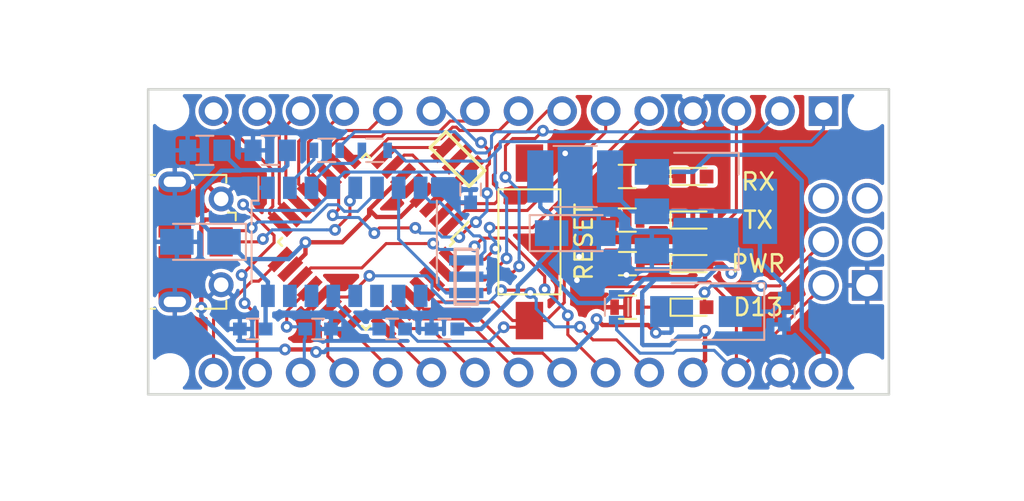
<source format=kicad_pcb>
(kicad_pcb (version 4) (host pcbnew 4.0.7)
  (layers (0 F.Cu signal) (31 B.Cu signal hide) (34 B.Paste user) (35 F.Paste user) (36 B.SilkS user hide) (37 F.SilkS user) (38 B.Mask user) (39 F.Mask user) (44 Edge.Cuts user))
  (net 0 "")
  (net 1 "Net-(C1-Pad2)")
  (net 2 RESET)
  (net 3 +3.3V)
  (net 4 GND)
  (net 5 +5V)
  (net 6 AREF)
  (net 7 "Net-(C8-Pad1)")
  (net 8 VUSB)
  (net 9 TX)
  (net 10 "Net-(D2-Pad1)")
  (net 11 RX)
  (net 12 "Net-(D3-Pad1)")
  (net 13 D13/SCK)
  (net 14 "Net-(D4-Pad1)")
  (net 15 "Net-(D5-Pad1)")
  (net 16 UD-)
  (net 17 UD+)
  (net 18 D12/MISO)
  (net 19 D11/MOSI)
  (net 20 D0/RX)
  (net 21 D1/TX)
  (net 22 "Net-(U1-Pad7)")
  (net 23 "Net-(U1-Pad8)")
  (net 24 D3)
  (net 25 D4)
  (net 26 "Net-(U2-Pad7)")
  (net 27 "Net-(U2-Pad8)")
  (net 28 D5)
  (net 29 D6)
  (net 30 D7)
  (net 31 D8)
  (net 32 D9)
  (net 33 D10)
  (net 34 A6)
  (net 35 A7)
  (net 36 A0)
  (net 37 A1)
  (net 38 A2)
  (net 39 A3)
  (net 40 A4)
  (net 41 A5)
  (net 42 D2)
  (net 43 VIN)
  (module Polymetric_Footprints:Arduino_Nano_Shield (layer F.Cu) (at 82.55 74.93 270)
    (fp_text reference XA1 hide)
    (fp_text value Arduino_Nano_Socket hide)
    (pad VIN thru_hole circle (at 7.62 -39.37 270) (size 1.7272 1.7272) (drill 1.016) (layers *.Cu *.Mask) (net 43 VIN))
    (pad GND2 thru_hole circle (at 7.62 -36.83 270) (size 1.7272 1.7272) (drill 1.016) (layers *.Cu *.Mask) (net 4 GND))
    (pad RST2 thru_hole circle (at 7.62 -34.29 270) (size 1.7272 1.7272) (drill 1.016) (layers *.Cu *.Mask) (net 2 RESET))
    (pad 5V thru_hole circle (at 7.62 -31.75 270) (size 1.7272 1.7272) (drill 1.016) (layers *.Cu *.Mask) (net 5 +5V))
    (pad A7 thru_hole circle (at 7.62 -29.21 270) (size 1.7272 1.7272) (drill 1.016) (layers *.Cu *.Mask) (net 35 A7))
    (pad A6 thru_hole circle (at 7.62 -26.67 270) (size 1.7272 1.7272) (drill 1.016) (layers *.Cu *.Mask) (net 34 A6))
    (pad A5 thru_hole circle (at 7.62 -24.13 270) (size 1.7272 1.7272) (drill 1.016) (layers *.Cu *.Mask) (net 41 A5))
    (pad A4 thru_hole circle (at 7.62 -21.59 270) (size 1.7272 1.7272) (drill 1.016) (layers *.Cu *.Mask) (net 40 A4))
    (pad A3 thru_hole circle (at 7.62 -19.05 270) (size 1.7272 1.7272) (drill 1.016) (layers *.Cu *.Mask) (net 39 A3))
    (pad A2 thru_hole circle (at 7.62 -16.51 270) (size 1.7272 1.7272) (drill 1.016) (layers *.Cu *.Mask) (net 38 A2))
    (pad A1 thru_hole circle (at 7.62 -13.97 270) (size 1.7272 1.7272) (drill 1.016) (layers *.Cu *.Mask) (net 37 A1))
    (pad A0 thru_hole circle (at 7.62 -11.43 270) (size 1.7272 1.7272) (drill 1.016) (layers *.Cu *.Mask) (net 36 A0))
    (pad AREF thru_hole circle (at 7.62 -8.89 270) (size 1.7272 1.7272) (drill 1.016) (layers *.Cu *.Mask) (net 6 AREF))
    (pad 3V3 thru_hole circle (at 7.62 -6.35 270) (size 1.7272 1.7272) (drill 1.016) (layers *.Cu *.Mask) (net 3 +3.3V))
    (pad D13 thru_hole circle (at 7.62 -3.81 270) (size 1.7272 1.7272) (drill 1.016) (layers *.Cu *.Mask) (net 13 D13/SCK))
    (pad D12 thru_hole circle (at -7.62 -3.81 270) (size 1.7272 1.7272) (drill 1.016) (layers *.Cu *.Mask) (net 18 D12/MISO))
    (pad D11 thru_hole circle (at -7.62 -6.35 270) (size 1.7272 1.7272) (drill 1.016) (layers *.Cu *.Mask) (net 19 D11/MOSI))
    (pad D10 thru_hole circle (at -7.62 -8.89 270) (size 1.7272 1.7272) (drill 1.016) (layers *.Cu *.Mask) (net 33 D10))
    (pad D9 thru_hole circle (at -7.62 -11.43 270) (size 1.7272 1.7272) (drill 1.016) (layers *.Cu *.Mask) (net 32 D9))
    (pad D8 thru_hole circle (at -7.62 -13.97 270) (size 1.7272 1.7272) (drill 1.016) (layers *.Cu *.Mask) (net 31 D8))
    (pad D7 thru_hole circle (at -7.62 -16.51 270) (size 1.7272 1.7272) (drill 1.016) (layers *.Cu *.Mask) (net 30 D7))
    (pad D6 thru_hole circle (at -7.62 -19.05 270) (size 1.7272 1.7272) (drill 1.016) (layers *.Cu *.Mask) (net 29 D6))
    (pad D5 thru_hole circle (at -7.62 -21.59 270) (size 1.7272 1.7272) (drill 1.016) (layers *.Cu *.Mask) (net 28 D5))
    (pad D4 thru_hole circle (at -7.62 -24.13 270) (size 1.7272 1.7272) (drill 1.016) (layers *.Cu *.Mask) (net 25 D4))
    (pad D3 thru_hole circle (at -7.62 -26.67 270) (size 1.7272 1.7272) (drill 1.016) (layers *.Cu *.Mask) (net 24 D3))
    (pad D2 thru_hole circle (at -7.62 -29.21 270) (size 1.7272 1.7272) (drill 1.016) (layers *.Cu *.Mask) (net 42 D2))
    (pad GND1 thru_hole circle (at -7.62 -31.75 270) (size 1.7272 1.7272) (drill 1.016) (layers *.Cu *.Mask) (net 4 GND))
    (pad RST1 thru_hole circle (at -7.62 -34.29 270) (size 1.7272 1.7272) (drill 1.016) (layers *.Cu *.Mask) (net 2 RESET))
    (pad D0 thru_hole circle (at -7.62 -36.83 270) (size 1.7272 1.7272) (drill 1.016) (layers *.Cu *.Mask) (net 20 D0/RX))
    (pad D1 thru_hole rect (at -7.62 -39.37 270) (size 1.7272 1.7272) (drill 1.016) (layers *.Cu *.Mask) (net 21 D1/TX))
    (pad "" np_thru_hole circle (at -7.62 -41.91 270) (size 1.85 1.85) (drill 1.85) (layers *.Cu *.Mask))
    (pad "" np_thru_hole circle (at 7.62 -41.91 270) (size 1.85 1.85) (drill 1.85) (layers *.Cu *.Mask))
    (pad "" np_thru_hole circle (at -7.62 -1.27 270) (size 1.85 1.85) (drill 1.85) (layers *.Cu *.Mask))
    (pad "" np_thru_hole circle (at 7.62 -1.27 270) (size 1.85 1.85) (drill 1.85) (layers *.Cu *.Mask))
  )
  (module Housings_SSOP:SOP-16_4.4x10.4mm_Pitch1.27mm (layer B.Cu) (at 93.98 74.93 270)
    (fp_text reference U1 hide)
    (fp_text value CH340G hide)
    (pad 1 smd rect (at -3.15 4.45 270) (size 1.3 0.8) (layers B.Cu B.Paste B.Mask) (net 4 GND))
    (pad 2 smd rect (at -3.15 3.17 270) (size 1.3 0.8) (layers B.Cu B.Paste B.Mask) (net 11 RX))
    (pad 3 smd rect (at -3.15 1.91 270) (size 1.3 0.8) (layers B.Cu B.Paste B.Mask) (net 9 TX))
    (pad 4 smd rect (at -3.15 0.64 270) (size 1.3 0.8) (layers B.Cu B.Paste B.Mask) (net 3 +3.3V))
    (pad 5 smd rect (at -3.15 -0.64 270) (size 1.3 0.8) (layers B.Cu B.Paste B.Mask) (net 17 UD+))
    (pad 6 smd rect (at -3.15 -1.91 270) (size 1.3 0.8) (layers B.Cu B.Paste B.Mask) (net 16 UD-))
    (pad 7 smd rect (at -3.15 -3.17 270) (size 1.3 0.8) (layers B.Cu B.Paste B.Mask) (net 22 "Net-(U1-Pad7)"))
    (pad 8 smd rect (at -3.15 -4.45 270) (size 1.3 0.8) (layers B.Cu B.Paste B.Mask) (net 23 "Net-(U1-Pad8)"))
    (pad 9 smd rect (at 3.15 -4.45 270) (size 1.3 0.8) (layers B.Cu B.Paste B.Mask))
    (pad 10 smd rect (at 3.15 -3.17 270) (size 1.3 0.8) (layers B.Cu B.Paste B.Mask))
    (pad 11 smd rect (at 3.15 -1.91 270) (size 1.3 0.8) (layers B.Cu B.Paste B.Mask))
    (pad 12 smd rect (at 3.15 -0.64 270) (size 1.3 0.8) (layers B.Cu B.Paste B.Mask))
    (pad 13 smd rect (at 3.15 0.64 270) (size 1.3 0.8) (layers B.Cu B.Paste B.Mask) (net 1 "Net-(C1-Pad2)"))
    (pad 14 smd rect (at 3.15 1.91 270) (size 1.3 0.8) (layers B.Cu B.Paste B.Mask))
    (pad 15 smd rect (at 3.15 3.17 270) (size 1.3 0.8) (layers B.Cu B.Paste B.Mask))
    (pad 16 smd rect (at 3.15 4.45 270) (size 1.3 0.8) (layers B.Cu B.Paste B.Mask) (net 5 +5V))
  )
  (module Housings_QFP:TQFP-32_7x7mm_Pitch0.8mm (layer F.Cu) (at 95.25 74.93 225)
    (fp_text reference U2 hide)
    (fp_text value ATMEGA328P-AU hide)
    (pad 1 smd rect (at -4.25 -2.8 225) (size 1.6 0.55) (layers F.Cu F.Paste F.Mask) (net 24 D3))
    (pad 2 smd rect (at -4.25 -2 225) (size 1.6 0.55) (layers F.Cu F.Paste F.Mask) (net 25 D4))
    (pad 3 smd rect (at -4.25 -1.2 225) (size 1.6 0.55) (layers F.Cu F.Paste F.Mask) (net 4 GND))
    (pad 4 smd rect (at -4.25 -0.4 225) (size 1.6 0.55) (layers F.Cu F.Paste F.Mask) (net 5 +5V))
    (pad 5 smd rect (at -4.25 0.4 225) (size 1.6 0.55) (layers F.Cu F.Paste F.Mask) (net 4 GND))
    (pad 6 smd rect (at -4.25 1.2 225) (size 1.6 0.55) (layers F.Cu F.Paste F.Mask) (net 5 +5V))
    (pad 7 smd rect (at -4.25 2 225) (size 1.6 0.55) (layers F.Cu F.Paste F.Mask) (net 26 "Net-(U2-Pad7)"))
    (pad 8 smd rect (at -4.25 2.8 225) (size 1.6 0.55) (layers F.Cu F.Paste F.Mask) (net 27 "Net-(U2-Pad8)"))
    (pad 9 smd rect (at -2.8 4.25 315) (size 1.6 0.55) (layers F.Cu F.Paste F.Mask) (net 28 D5))
    (pad 10 smd rect (at -2 4.25 315) (size 1.6 0.55) (layers F.Cu F.Paste F.Mask) (net 29 D6))
    (pad 11 smd rect (at -1.2 4.25 315) (size 1.6 0.55) (layers F.Cu F.Paste F.Mask) (net 30 D7))
    (pad 12 smd rect (at -0.4 4.25 315) (size 1.6 0.55) (layers F.Cu F.Paste F.Mask) (net 31 D8))
    (pad 13 smd rect (at 0.4 4.25 315) (size 1.6 0.55) (layers F.Cu F.Paste F.Mask) (net 32 D9))
    (pad 14 smd rect (at 1.2 4.25 315) (size 1.6 0.55) (layers F.Cu F.Paste F.Mask) (net 33 D10))
    (pad 15 smd rect (at 2 4.25 315) (size 1.6 0.55) (layers F.Cu F.Paste F.Mask) (net 19 D11/MOSI))
    (pad 16 smd rect (at 2.8 4.25 315) (size 1.6 0.55) (layers F.Cu F.Paste F.Mask) (net 18 D12/MISO))
    (pad 17 smd rect (at 4.25 2.8 225) (size 1.6 0.55) (layers F.Cu F.Paste F.Mask) (net 13 D13/SCK))
    (pad 18 smd rect (at 4.25 2 225) (size 1.6 0.55) (layers F.Cu F.Paste F.Mask) (net 5 +5V))
    (pad 19 smd rect (at 4.25 1.2 225) (size 1.6 0.55) (layers F.Cu F.Paste F.Mask) (net 34 A6))
    (pad 20 smd rect (at 4.25 0.4 225) (size 1.6 0.55) (layers F.Cu F.Paste F.Mask) (net 6 AREF))
    (pad 21 smd rect (at 4.25 -0.4 225) (size 1.6 0.55) (layers F.Cu F.Paste F.Mask) (net 4 GND))
    (pad 22 smd rect (at 4.25 -1.2 225) (size 1.6 0.55) (layers F.Cu F.Paste F.Mask) (net 35 A7))
    (pad 23 smd rect (at 4.25 -2 225) (size 1.6 0.55) (layers F.Cu F.Paste F.Mask) (net 36 A0))
    (pad 24 smd rect (at 4.25 -2.8 225) (size 1.6 0.55) (layers F.Cu F.Paste F.Mask) (net 37 A1))
    (pad 25 smd rect (at 2.8 -4.25 315) (size 1.6 0.55) (layers F.Cu F.Paste F.Mask) (net 38 A2))
    (pad 26 smd rect (at 2 -4.25 315) (size 1.6 0.55) (layers F.Cu F.Paste F.Mask) (net 39 A3))
    (pad 27 smd rect (at 1.2 -4.25 315) (size 1.6 0.55) (layers F.Cu F.Paste F.Mask) (net 40 A4))
    (pad 28 smd rect (at 0.4 -4.25 315) (size 1.6 0.55) (layers F.Cu F.Paste F.Mask) (net 41 A5))
    (pad 29 smd rect (at -0.4 -4.25 315) (size 1.6 0.55) (layers F.Cu F.Paste F.Mask) (net 2 RESET))
    (pad 30 smd rect (at -1.2 -4.25 315) (size 1.6 0.55) (layers F.Cu F.Paste F.Mask) (net 20 D0/RX))
    (pad 31 smd rect (at -2 -4.25 315) (size 1.6 0.55) (layers F.Cu F.Paste F.Mask) (net 21 D1/TX))
    (pad 32 smd rect (at -2.8 -4.25 315) (size 1.6 0.55) (layers F.Cu F.Paste F.Mask) (net 42 D2))
  )
  (module TO_SOT_Packages_SMD:SOT-223 (layer B.Cu) (at 115.062 73.152)
    (fp_text reference U3 hide)
    (fp_text value LM1117-5.0 hide)
    (pad 4 smd rect (at 3.15 0) (size 2 3.8) (layers B.Cu B.Paste B.Mask) (net 7 "Net-(C8-Pad1)"))
    (pad 2 smd rect (at -3.15 0) (size 2 1.5) (layers B.Cu B.Paste B.Mask) (net 7 "Net-(C8-Pad1)"))
    (pad 3 smd rect (at -3.15 -2.3) (size 2 1.5) (layers B.Cu B.Paste B.Mask) (net 43 VIN))
    (pad 1 smd rect (at -3.15 2.3) (size 2 1.5) (layers B.Cu B.Paste B.Mask) (net 4 GND))
  )
  (module Diodes_SMD:D_SMA (layer B.Cu) (at 115.062 78.994 180)
    (fp_text reference D1 hide)
    (fp_text value SS1P3L hide)
    (pad 1 smd rect (at -2 0 180) (size 2.5 1.8) (layers B.Cu B.Paste B.Mask) (net 7 "Net-(C8-Pad1)"))
    (pad 2 smd rect (at 2 0 180) (size 2.5 1.8) (layers B.Cu B.Paste B.Mask) (net 8 VUSB))
  )
  (module Capacitors_SMD:C_0603 (layer B.Cu) (at 96.774 80.01 180)
    (fp_text reference C1 hide)
    (fp_text value 100nF hide)
    (pad 2 smd rect (at 0.75 0 180) (size 0.8 0.75) (layers B.Cu B.Paste B.Mask) (net 1 "Net-(C1-Pad2)"))
    (pad 1 smd rect (at -0.75 0 180) (size 0.8 0.75) (layers B.Cu B.Paste B.Mask) (net 2 RESET))
  )
  (module Capacitors_SMD:C_0603 (layer B.Cu) (at 101.346 71.882 90)
    (fp_text reference C2 hide)
    (fp_text value 100nF hide)
    (pad 2 smd rect (at 0.75 0 90) (size 0.8 0.75) (layers B.Cu B.Paste B.Mask) (net 3 +3.3V))
    (pad 1 smd rect (at -0.75 0 90) (size 0.8 0.75) (layers B.Cu B.Paste B.Mask) (net 4 GND))
  )
  (module Capacitors_SMD:C_0603 (layer B.Cu) (at 88.646 80.01)
    (fp_text reference C3 hide)
    (fp_text value 100nF hide)
    (pad 2 smd rect (at 0.75 0) (size 0.8 0.75) (layers B.Cu B.Paste B.Mask) (net 5 +5V))
    (pad 1 smd rect (at -0.75 0) (size 0.8 0.75) (layers B.Cu B.Paste B.Mask) (net 4 GND))
  )
  (module Capacitors_SMD:C_0603 (layer B.Cu) (at 92.456 80.01)
    (fp_text reference C7 hide)
    (fp_text value 100nF hide)
    (pad 2 smd rect (at 0.75 0) (size 0.8 0.75) (layers B.Cu B.Paste B.Mask) (net 4 GND))
    (pad 1 smd rect (at -0.75 0) (size 0.8 0.75) (layers B.Cu B.Paste B.Mask) (net 6 AREF))
  )
  (module Capacitors_SMD:C_0603 (layer B.Cu) (at 119.634 78.994 270)
    (fp_text reference C8 hide)
    (fp_text value 1uF hide)
    (pad 2 smd rect (at 0.75 0 270) (size 0.8 0.75) (layers B.Cu B.Paste B.Mask) (net 4 GND))
    (pad 1 smd rect (at -0.75 0 270) (size 0.8 0.75) (layers B.Cu B.Paste B.Mask) (net 7 "Net-(C8-Pad1)"))
  )
  (module Capacitors_SMD:C_0603 (layer B.Cu) (at 99.822 80.01 180)
    (fp_text reference C10 hide)
    (fp_text value 100nF hide)
    (pad 2 smd rect (at 0.75 0 180) (size 0.8 0.75) (layers B.Cu B.Paste B.Mask) (net 4 GND))
    (pad 1 smd rect (at -0.75 0 180) (size 0.8 0.75) (layers B.Cu B.Paste B.Mask) (net 5 +5V))
  )
  (module LEDs:LED_0603 (layer F.Cu) (at 114.3 73.66)
    (fp_text reference D2 hide)
    (fp_text value TX (at 3.81 0) (layer F.SilkS))
    (pad 2 smd rect (at 0.8 0 180) (size 0.8 0.8) (layers F.Cu F.Paste F.Mask) (net 9 TX))
    (pad 1 smd rect (at -0.8 0 180) (size 0.8 0.8) (layers F.Cu F.Paste F.Mask) (net 10 "Net-(D2-Pad1)"))
  )
  (module LEDs:LED_0603 (layer F.Cu) (at 114.3 71.12)
    (fp_text reference D3 hide)
    (fp_text value RX (at 3.807619 0.305) (layer F.SilkS))
    (pad 2 smd rect (at 0.8 0 180) (size 0.8 0.8) (layers F.Cu F.Paste F.Mask) (net 11 RX))
    (pad 1 smd rect (at -0.8 0 180) (size 0.8 0.8) (layers F.Cu F.Paste F.Mask) (net 12 "Net-(D3-Pad1)"))
  )
  (module LEDs:LED_0603 (layer F.Cu) (at 114.3 78.74)
    (fp_text reference D4 hide)
    (fp_text value D13 (at 3.81 0) (layer F.SilkS))
    (pad 2 smd rect (at 0.8 0 180) (size 0.8 0.8) (layers F.Cu F.Paste F.Mask) (net 13 D13/SCK))
    (pad 1 smd rect (at -0.8 0 180) (size 0.8 0.8) (layers F.Cu F.Paste F.Mask) (net 14 "Net-(D4-Pad1)"))
  )
  (module LEDs:LED_0603 (layer F.Cu) (at 114.3 76.2)
    (fp_text reference D5 hide)
    (fp_text value PWR (at 3.81 0) (layer F.SilkS))
    (pad 2 smd rect (at 0.8 0 180) (size 0.8 0.8) (layers F.Cu F.Paste F.Mask) (net 5 +5V))
    (pad 1 smd rect (at -0.8 0 180) (size 0.8 0.8) (layers F.Cu F.Paste F.Mask) (net 15 "Net-(D5-Pad1)"))
  )
  (module "Polymetric_Footprints:1812 PTC Fuse" (layer B.Cu) (at 107.442 71.12 180)
    (fp_text reference F1 hide)
    (fp_text value "MF-MSMF050-2 500mA" hide)
    (pad 1 smd rect (at -2.032 0 180) (size 1.524 3.048) (layers B.Cu B.Paste B.Mask) (net 7 "Net-(C8-Pad1)"))
    (pad 2 smd rect (at 2.032 0 180) (size 1.524 3.048) (layers B.Cu B.Paste B.Mask) (net 5 +5V))
  )
  (module Connectors_USB:USB_Micro-B_Molex-105017-0001 (layer F.Cu) (at 84.455 74.93 270)
    (fp_text reference J1 hide)
    (fp_text value USB_OTG hide)
    (pad 6 smd rect (at 1 0.35 270) (size 1.5 1.9) (layers F.Cu F.Paste F.Mask) (net 4 GND))
    (pad 6 thru_hole circle (at -2.5 -2.35 270) (size 1.45 1.45) (drill 0.85) (layers *.Cu *.Mask) (net 4 GND))
    (pad 2 smd rect (at -0.65 -2.35 270) (size 0.4 1.35) (layers F.Cu F.Paste F.Mask) (net 16 UD-))
    (pad 1 smd rect (at -1.3 -2.35 270) (size 0.4 1.35) (layers F.Cu F.Paste F.Mask) (net 8 VUSB))
    (pad 5 smd rect (at 1.3 -2.35 270) (size 0.4 1.35) (layers F.Cu F.Paste F.Mask) (net 4 GND))
    (pad 4 smd rect (at 0.65 -2.35 270) (size 0.4 1.35) (layers F.Cu F.Paste F.Mask))
    (pad 3 smd rect (at 0 -2.35 270) (size 0.4 1.35) (layers F.Cu F.Paste F.Mask) (net 17 UD+))
    (pad 6 thru_hole circle (at 2.5 -2.35 270) (size 1.45 1.45) (drill 0.85) (layers *.Cu *.Mask) (net 4 GND))
    (pad 6 smd rect (at -1 0.35 270) (size 1.5 1.9) (layers F.Cu F.Paste F.Mask) (net 4 GND))
    (pad 6 thru_hole oval (at -3.5 0.35 90) (size 1.2 1.9) (drill oval 0.6 1.3) (layers *.Cu *.Mask) (net 4 GND))
    (pad 6 thru_hole oval (at 3.5 0.35 270) (size 1.2 1.9) (drill oval 0.6 1.3) (layers *.Cu *.Mask) (net 4 GND))
    (pad 6 smd rect (at 2.9 0.35 270) (size 1.2 1.9) (layers F.Cu F.Mask) (net 4 GND))
    (pad 6 smd rect (at -2.9 0.35 270) (size 1.2 1.9) (layers F.Cu F.Mask) (net 4 GND))
  )
  (module Proto_Nano:ICSP_Header (layer F.Cu) (at 121.92 72.39)
    (fp_text reference J2 hide)
    (fp_text value ICSP_Header hide)
    (pad 1 thru_hole circle (at 0 0) (size 1.778 1.778) (drill 1.27) (layers *.Cu *.Mask) (net 18 D12/MISO))
    (pad 2 thru_hole circle (at 2.54 0) (size 1.778 1.778) (drill 1.27) (layers *.Cu *.Mask) (net 5 +5V))
    (pad 3 thru_hole circle (at 0 2.54) (size 1.778 1.778) (drill 1.27) (layers *.Cu *.Mask) (net 13 D13/SCK))
    (pad 4 thru_hole circle (at 2.54 2.54) (size 1.778 1.778) (drill 1.27) (layers *.Cu *.Mask) (net 19 D11/MOSI))
    (pad 5 thru_hole circle (at 0 5.08) (size 1.778 1.778) (drill 1.27) (layers *.Cu *.Mask) (net 2 RESET))
    (pad 6 thru_hole rect (at 2.54 5.08) (size 1.778 1.778) (drill 1.27) (layers *.Cu *.Mask) (net 4 GND))
  )
  (module Resistors_SMD:R_0603 (layer B.Cu) (at 109.855 78.74 270)
    (fp_text reference R1 hide)
    (fp_text value 1K hide)
    (pad 1 smd rect (at -0.75 0 270) (size 0.5 0.9) (layers B.Cu B.Paste B.Mask) (net 5 +5V))
    (pad 2 smd rect (at 0.75 0 270) (size 0.5 0.9) (layers B.Cu B.Paste B.Mask) (net 2 RESET))
  )
  (module Resistors_SMD:R_0603 (layer B.Cu) (at 92.964 69.596)
    (fp_text reference R2 hide)
    (fp_text value 1K hide)
    (pad 1 smd rect (at -0.75 0) (size 0.5 0.9) (layers B.Cu B.Paste B.Mask) (net 11 RX))
    (pad 2 smd rect (at 0.75 0) (size 0.5 0.9) (layers B.Cu B.Paste B.Mask) (net 20 D0/RX))
  )
  (module Resistors_SMD:R_0603 (layer B.Cu) (at 95.758 69.596)
    (fp_text reference R3 hide)
    (fp_text value 1K hide)
    (pad 1 smd rect (at -0.75 0) (size 0.5 0.9) (layers B.Cu B.Paste B.Mask) (net 9 TX))
    (pad 2 smd rect (at 0.75 0) (size 0.5 0.9) (layers B.Cu B.Paste B.Mask) (net 21 D1/TX))
  )
  (module Resistors_SMD:R_0603 (layer F.Cu) (at 110.478 73.66 180)
    (fp_text reference R4 hide)
    (fp_text value 1K hide)
    (pad 1 smd rect (at -0.75 0 180) (size 0.5 0.9) (layers F.Cu F.Paste F.Mask) (net 10 "Net-(D2-Pad1)"))
    (pad 2 smd rect (at 0.75 0 180) (size 0.5 0.9) (layers F.Cu F.Paste F.Mask) (net 4 GND))
  )
  (module Resistors_SMD:R_0603 (layer F.Cu) (at 110.478 71.12 180)
    (fp_text reference R5 hide)
    (fp_text value 1K hide)
    (pad 1 smd rect (at -0.75 0 180) (size 0.5 0.9) (layers F.Cu F.Paste F.Mask) (net 12 "Net-(D3-Pad1)"))
    (pad 2 smd rect (at 0.75 0 180) (size 0.5 0.9) (layers F.Cu F.Paste F.Mask) (net 4 GND))
  )
  (module Resistors_SMD:R_0603 (layer F.Cu) (at 110.49 78.74)
    (fp_text reference R6 hide)
    (fp_text value 1K hide)
    (pad 1 smd rect (at -0.75 0) (size 0.5 0.9) (layers F.Cu F.Paste F.Mask) (net 4 GND))
    (pad 2 smd rect (at 0.75 0) (size 0.5 0.9) (layers F.Cu F.Paste F.Mask) (net 14 "Net-(D4-Pad1)"))
  )
  (module Resistors_SMD:R_0603 (layer F.Cu) (at 110.49 76.2)
    (fp_text reference R7 hide)
    (fp_text value 1K hide)
    (pad 1 smd rect (at -0.75 0) (size 0.5 0.9) (layers F.Cu F.Paste F.Mask) (net 4 GND))
    (pad 2 smd rect (at 0.75 0) (size 0.5 0.9) (layers F.Cu F.Paste F.Mask) (net 15 "Net-(D5-Pad1)"))
  )
  (module Buttons_Switches_SMD:SW_SPST_FSMSM (layer F.Cu) (at 104.775 74.93 270)
    (fp_text reference SW1 hide)
    (fp_text value RESET (at 0 -3.175 270) (layer F.SilkS))
    (pad 1 smd rect (at -4.59 0 270) (size 2.18 1.6) (layers F.Cu F.Paste F.Mask) (net 4 GND))
    (pad 2 smd rect (at 4.59 0 270) (size 2.18 1.6) (layers F.Cu F.Paste F.Mask) (net 2 RESET))
  )
  (module Polymetric_Footprints:murata-resonator_SMD_CSTCE16M0V53-R0 (layer B.Cu) (at 101.092 76.962 90)
    (fp_text reference Y1 hide)
    (fp_text value 12MHz hide)
    (pad 1 smd rect (at -0.95 0 90) (size 0.6 2) (layers B.Cu B.Paste B.Mask) (net 22 "Net-(U1-Pad7)"))
    (pad 2 smd rect (at 0 0 90) (size 0.6 2) (layers B.Cu B.Paste B.Mask) (net 4 GND))
    (pad 3 smd rect (at 0.95 0 90) (size 0.6 2) (layers B.Cu B.Paste B.Mask) (net 23 "Net-(U1-Pad8)"))
  )
  (module Polymetric_Footprints:murata-resonator_SMD_CSTCE16M0V53-R0 (layer F.Cu) (at 100.584 70.104 315)
    (fp_text reference Y2)
    (fp_text value 16MHz hide)
    (pad 1 smd rect (at -0.95 0 315) (size 0.6 2) (layers F.Cu F.Paste F.Mask) (net 27 "Net-(U2-Pad8)"))
    (pad 2 smd rect (at 0 0 315) (size 0.6 2) (layers F.Cu F.Paste F.Mask) (net 4 GND))
    (pad 3 smd rect (at 0.95 0 315) (size 0.6 2) (layers F.Cu F.Paste F.Mask) (net 26 "Net-(U2-Pad7)"))
  )
  (module Capacitors_Tantalum_SMD:CP_Tantalum_Case-S_EIA-3216-12_Reflow (layer B.Cu) (at 85.598 74.93 180)
    (fp_text reference C6 hide)
    (fp_text value 4.7uF/T hide)
    (pad 1 smd rect (at -1.375 0 180) (size 1.95 1.5) (layers B.Cu B.Paste B.Mask) (net 5 +5V))
    (pad 2 smd rect (at 1.375 0 180) (size 1.95 1.5) (layers B.Cu B.Paste B.Mask) (net 4 GND))
  )
  (module Capacitors_Tantalum_SMD:CP_Tantalum_Case-S_EIA-3216-12_Reflow (layer B.Cu) (at 107.442 74.422)
    (fp_text reference C9 hide)
    (fp_text value 4.7uF/T hide)
    (pad 1 smd rect (at -1.375 0) (size 1.95 1.5) (layers B.Cu B.Paste B.Mask) (net 5 +5V))
    (pad 2 smd rect (at 1.375 0) (size 1.95 1.5) (layers B.Cu B.Paste B.Mask) (net 4 GND))
  )
  (module Polymetric_Footprints:C_0805 (layer B.Cu) (at 89.662 69.596 180)
    (fp_text reference C4 hide)
    (fp_text value 1uF hide)
    (pad 1 smd rect (at -1 0 180) (size 1 1.25) (layers B.Cu B.Paste B.Mask) (net 5 +5V))
    (pad 2 smd rect (at 1 0 180) (size 1 1.25) (layers B.Cu B.Paste B.Mask) (net 4 GND))
  )
  (module Polymetric_Footprints:C_0805 (layer B.Cu) (at 85.852 69.596 180)
    (fp_text reference C5 hide)
    (fp_text value 1uF hide)
    (pad 1 smd rect (at -1 0 180) (size 1 1.25) (layers B.Cu B.Paste B.Mask) (net 5 +5V))
    (pad 2 smd rect (at 1 0 180) (size 1 1.25) (layers B.Cu B.Paste B.Mask) (net 4 GND))
  )
  (gr_line (start 82.55 66.04) (end 125.73 66.04) (angle 90) (layer Edge.Cuts) (width 0.15))
  (gr_line (start 82.55 83.82) (end 82.55 66.04) (angle 90) (layer Edge.Cuts) (width 0.15))
  (gr_line (start 125.73 83.82) (end 82.55 83.82) (angle 90) (layer Edge.Cuts) (width 0.15))
  (gr_line (start 125.73 66.04) (end 125.73 83.82) (angle 90) (layer Edge.Cuts) (width 0.15))
  (segment (start 93.34 78.08) (end 93.34 78.33) (width 0.1778) (layer B.Cu) (net 1))
  (segment (start 93.34 78.33) (end 95.02 80.01) (width 0.1778) (layer B.Cu) (net 1))
  (segment (start 95.02 80.01) (end 95.4462 80.01) (width 0.1778) (layer B.Cu) (net 1))
  (segment (start 95.4462 80.01) (end 96.024 80.01) (width 0.1778) (layer B.Cu) (net 1))
  (segment (start 93.484 78.224) (end 93.34 78.08) (width 0.1778) (layer B.Cu) (net 1))
  (segment (start 116.84 67.31) (end 116.84 73.200062) (width 0.1778) (layer F.Cu) (net 2))
  (segment (start 116.84 73.200062) (end 114.632963 75.407099) (width 0.1778) (layer F.Cu) (net 2))
  (segment (start 114.632963 75.407099) (end 109.215679 75.407099) (width 0.1778) (layer F.Cu) (net 2))
  (segment (start 109.215679 75.407099) (end 108.6104 76.012378) (width 0.1778) (layer F.Cu) (net 2))
  (segment (start 121.92 77.47) (end 116.84 82.55) (width 0.1778) (layer F.Cu) (net 2))
  (segment (start 115.544601 81.254601) (end 115.976401 81.686401) (width 0.1778) (layer B.Cu) (net 2))
  (segment (start 113.173289 81.419699) (end 113.338387 81.254601) (width 0.1778) (layer B.Cu) (net 2))
  (segment (start 115.976401 81.686401) (end 116.84 82.55) (width 0.1778) (layer B.Cu) (net 2))
  (segment (start 111.218653 81.419699) (end 113.173289 81.419699) (width 0.1778) (layer B.Cu) (net 2))
  (segment (start 109.855 80.056046) (end 111.218653 81.419699) (width 0.1778) (layer B.Cu) (net 2))
  (segment (start 113.338387 81.254601) (end 115.544601 81.254601) (width 0.1778) (layer B.Cu) (net 2))
  (segment (start 109.855 79.49) (end 109.855 80.056046) (width 0.1778) (layer B.Cu) (net 2))
  (segment (start 102.456899 80.727901) (end 103.2764 79.9084) (width 0.1778) (layer B.Cu) (net 2))
  (segment (start 103.2764 79.9084) (end 104.3866 79.9084) (width 0.1778) (layer F.Cu) (net 2))
  (segment (start 98.266901 80.727901) (end 102.456899 80.727901) (width 0.1778) (layer B.Cu) (net 2))
  (segment (start 97.549 80.01) (end 98.266901 80.727901) (width 0.1778) (layer B.Cu) (net 2))
  (segment (start 97.524 80.01) (end 97.549 80.01) (width 0.1778) (layer B.Cu) (net 2))
  (segment (start 104.3866 79.9084) (end 104.775 79.52) (width 0.1778) (layer F.Cu) (net 2))
  (via (at 103.2764 79.9084) (size 0.6858) (drill 0.3302) (layers F.Cu B.Cu) (net 2))
  (segment (start 99.320887 78.435201) (end 102.712401 78.435201) (width 0.1778) (layer F.Cu) (net 2))
  (segment (start 98.538047 77.652361) (end 99.320887 78.435201) (width 0.1778) (layer F.Cu) (net 2))
  (segment (start 102.712401 78.435201) (end 103.7972 79.52) (width 0.1778) (layer F.Cu) (net 2))
  (segment (start 103.7972 79.52) (end 104.775 79.52) (width 0.1778) (layer F.Cu) (net 2))
  (segment (start 107.872786 76.479398) (end 108.939587 77.546199) (width 0.1778) (layer F.Cu) (net 2))
  (segment (start 116.84 78.82839) (end 116.84 81.328686) (width 0.1778) (layer F.Cu) (net 2))
  (segment (start 116.84 81.328686) (end 116.84 82.55) (width 0.1778) (layer F.Cu) (net 2))
  (segment (start 114.693191 77.266799) (end 115.278409 77.266799) (width 0.1778) (layer F.Cu) (net 2))
  (segment (start 106.806998 76.836014) (end 107.163614 76.479398) (width 0.1778) (layer F.Cu) (net 2))
  (segment (start 106.806998 78.465802) (end 106.806998 76.836014) (width 0.1778) (layer F.Cu) (net 2))
  (segment (start 105.7528 79.52) (end 106.806998 78.465802) (width 0.1778) (layer F.Cu) (net 2))
  (segment (start 104.775 79.52) (end 105.7528 79.52) (width 0.1778) (layer F.Cu) (net 2))
  (segment (start 107.163614 76.479398) (end 107.872786 76.479398) (width 0.1778) (layer F.Cu) (net 2))
  (segment (start 108.939587 77.546199) (end 114.413791 77.546199) (width 0.1778) (layer F.Cu) (net 2))
  (segment (start 114.413791 77.546199) (end 114.693191 77.266799) (width 0.1778) (layer F.Cu) (net 2))
  (segment (start 115.278409 77.266799) (end 116.84 78.82839) (width 0.1778) (layer F.Cu) (net 2))
  (segment (start 104.3104 79.9846) (end 104.775 79.52) (width 0.1778) (layer F.Cu) (net 2))
  (segment (start 88.42993 73.09511) (end 88.087031 72.752211) (width 0.1778) (layer B.Cu) (net 3))
  (segment (start 93.34 71.943197) (end 92.188087 73.09511) (width 0.1778) (layer B.Cu) (net 3))
  (segment (start 93.34 71.78) (end 93.34 71.943197) (width 0.1778) (layer B.Cu) (net 3))
  (segment (start 92.188087 73.09511) (end 88.42993 73.09511) (width 0.1778) (layer B.Cu) (net 3))
  (segment (start 89.8906 74.55578) (end 89.8906 74.976902) (width 0.1778) (layer F.Cu) (net 3))
  (segment (start 89.8906 74.976902) (end 88.000852 76.86665) (width 0.1778) (layer F.Cu) (net 3))
  (segment (start 88.087031 72.752211) (end 89.8906 74.55578) (width 0.1778) (layer F.Cu) (net 3))
  (via (at 88.087031 72.752211) (size 0.6858) (drill 0.3302) (layers F.Cu B.Cu) (net 3))
  (segment (start 88.172419 78.505198) (end 88.172419 77.038217) (width 0.1778) (layer B.Cu) (net 3))
  (segment (start 88.172419 77.038217) (end 88.000852 76.86665) (width 0.1778) (layer B.Cu) (net 3))
  (via (at 88.000852 76.86665) (size 0.6858) (drill 0.3302) (layers F.Cu B.Cu) (net 3))
  (segment (start 88.9 82.55) (end 88.9 79.232779) (width 0.1778) (layer F.Cu) (net 3))
  (via (at 88.172419 78.505198) (size 0.6858) (drill 0.3302) (layers F.Cu B.Cu) (net 3))
  (segment (start 88.9 79.232779) (end 88.172419 78.505198) (width 0.1778) (layer F.Cu) (net 3))
  (segment (start 93.34 71.53) (end 93.34 71.78) (width 0.1778) (layer B.Cu) (net 3))
  (segment (start 94.006701 70.863299) (end 93.34 71.53) (width 0.1778) (layer B.Cu) (net 3))
  (segment (start 100.524499 70.863299) (end 94.006701 70.863299) (width 0.1778) (layer B.Cu) (net 3))
  (segment (start 100.7932 71.132) (end 100.524499 70.863299) (width 0.1778) (layer B.Cu) (net 3))
  (segment (start 101.346 71.132) (end 100.7932 71.132) (width 0.1778) (layer B.Cu) (net 3))
  (segment (start 107.5436 77.1652) (end 107.5436 75.919941) (width 0.254) (layer B.Cu) (net 4))
  (segment (start 107.5436 75.919941) (end 107.669953 75.793588) (width 0.254) (layer B.Cu) (net 4))
  (segment (start 109.74 78.74) (end 109.1184 78.74) (width 0.254) (layer F.Cu) (net 4))
  (via (at 107.669953 75.793588) (size 0.6858) (drill 0.3302) (layers F.Cu B.Cu) (net 4))
  (segment (start 108.817 75.426) (end 108.449412 75.793588) (width 0.254) (layer B.Cu) (net 4))
  (segment (start 108.449412 75.793588) (end 108.154886 75.793588) (width 0.254) (layer B.Cu) (net 4))
  (segment (start 108.154886 75.793588) (end 107.669953 75.793588) (width 0.254) (layer B.Cu) (net 4))
  (segment (start 108.817 74.422) (end 108.817 75.426) (width 0.254) (layer B.Cu) (net 4))
  (segment (start 109.1184 78.74) (end 107.5436 77.1652) (width 0.254) (layer F.Cu) (net 4))
  (via (at 107.5436 77.1652) (size 0.6858) (drill 0.3302) (layers F.Cu B.Cu) (net 4))
  (segment (start 110.430188 76.85713) (end 110.430188 76.372197) (width 0.254) (layer F.Cu) (net 4))
  (segment (start 110.430188 76.372197) (end 110.4392 76.363185) (width 0.254) (layer F.Cu) (net 4))
  (segment (start 110.4392 76.363185) (end 110.276015 76.2) (width 0.254) (layer F.Cu) (net 4))
  (segment (start 110.430188 73.650988) (end 110.430188 76.85713) (width 0.254) (layer B.Cu) (net 4))
  (segment (start 107.2966 73.1266) (end 109.9058 73.1266) (width 0.254) (layer B.Cu) (net 4))
  (segment (start 106.8578 72.6878) (end 107.2966 73.1266) (width 0.254) (layer B.Cu) (net 4))
  (segment (start 109.9058 73.1266) (end 110.430188 73.650988) (width 0.254) (layer B.Cu) (net 4))
  (via (at 110.430188 76.85713) (size 0.6858) (drill 0.3302) (layers F.Cu B.Cu) (net 4))
  (segment (start 110.276015 76.2) (end 109.74 76.2) (width 0.254) (layer F.Cu) (net 4))
  (segment (start 106.8578 69.7738) (end 106.8578 72.6878) (width 0.254) (layer B.Cu) (net 4))
  (segment (start 104.775 70.34) (end 106.2916 70.34) (width 0.254) (layer F.Cu) (net 4))
  (segment (start 106.2916 70.34) (end 106.8578 69.7738) (width 0.254) (layer F.Cu) (net 4))
  (segment (start 106.8578 69.7738) (end 107.200699 70.116699) (width 0.254) (layer B.Cu) (net 4))
  (segment (start 107.200699 70.116699) (end 107.200699 71.801699) (width 0.254) (layer B.Cu) (net 4))
  (segment (start 107.200699 71.801699) (end 108.817 73.418) (width 0.254) (layer B.Cu) (net 4))
  (segment (start 108.817 73.418) (end 108.817 74.422) (width 0.254) (layer B.Cu) (net 4))
  (via (at 106.8578 69.7738) (size 0.6858) (drill 0.3302) (layers F.Cu B.Cu) (net 4))
  (segment (start 91.7194 74.9554) (end 93.863886 74.9554) (width 0.254) (layer F.Cu) (net 5))
  (segment (start 93.863886 74.9554) (end 95.432544 73.386742) (width 0.254) (layer F.Cu) (net 5))
  (segment (start 95.432544 73.386742) (end 95.432544 73.0504) (width 0.254) (layer F.Cu) (net 5))
  (segment (start 91.376501 75.298299) (end 91.7194 74.9554) (width 0.254) (layer B.Cu) (net 5))
  (segment (start 90.7408 75.934) (end 91.376501 75.298299) (width 0.254) (layer B.Cu) (net 5))
  (segment (start 88.202 75.934) (end 90.7408 75.934) (width 0.254) (layer B.Cu) (net 5))
  (segment (start 87.198 74.93) (end 88.202 75.934) (width 0.254) (layer B.Cu) (net 5))
  (segment (start 91.7194 74.9554) (end 91.7194 75.632173) (width 0.254) (layer F.Cu) (net 5))
  (segment (start 91.7194 75.632173) (end 90.830583 76.52099) (width 0.254) (layer F.Cu) (net 5))
  (via (at 91.7194 74.9554) (size 0.6858) (drill 0.3302) (layers F.Cu B.Cu) (net 5))
  (segment (start 115.0112 80.1116) (end 115.0112 81.8388) (width 0.254) (layer F.Cu) (net 5))
  (segment (start 113.473935 80.454499) (end 114.668301 80.454499) (width 0.254) (layer B.Cu) (net 5))
  (segment (start 111.34764 80.884132) (end 111.413296 80.949788) (width 0.254) (layer B.Cu) (net 5))
  (segment (start 111.34764 77.872558) (end 111.34764 80.884132) (width 0.254) (layer B.Cu) (net 5))
  (segment (start 115.0112 77.1144) (end 112.105798 77.1144) (width 0.254) (layer B.Cu) (net 5))
  (segment (start 112.105798 77.1144) (end 111.34764 77.872558) (width 0.254) (layer B.Cu) (net 5))
  (segment (start 114.668301 80.454499) (end 115.0112 80.1116) (width 0.254) (layer B.Cu) (net 5))
  (segment (start 115.0112 81.8388) (end 114.3 82.55) (width 0.254) (layer F.Cu) (net 5))
  (via (at 115.0112 80.1116) (size 0.6858) (drill 0.3302) (layers F.Cu B.Cu) (net 5))
  (segment (start 112.978646 80.949788) (end 113.473935 80.454499) (width 0.254) (layer B.Cu) (net 5))
  (segment (start 111.413296 80.949788) (end 112.978646 80.949788) (width 0.254) (layer B.Cu) (net 5))
  (segment (start 101.226 80.01) (end 100.572 80.01) (width 0.254) (layer B.Cu) (net 5))
  (segment (start 101.960176 80.01) (end 101.226 80.01) (width 0.254) (layer B.Cu) (net 5))
  (segment (start 104.101899 77.868277) (end 101.960176 80.01) (width 0.254) (layer B.Cu) (net 5))
  (segment (start 104.101899 77.497929) (end 104.101899 77.868277) (width 0.254) (layer B.Cu) (net 5))
  (segment (start 105.293 76.306828) (end 104.101899 77.497929) (width 0.254) (layer B.Cu) (net 5))
  (segment (start 105.293 76.2) (end 105.293 76.306828) (width 0.254) (layer B.Cu) (net 5))
  (segment (start 115.0112 77.1144) (end 115.721032 76.404568) (width 0.254) (layer B.Cu) (net 5))
  (segment (start 115.995766 76.2) (end 116.200334 76.404568) (width 0.254) (layer F.Cu) (net 5))
  (segment (start 116.200334 76.404568) (end 116.543233 76.747467) (width 0.254) (layer B.Cu) (net 5))
  (segment (start 115.721032 76.404568) (end 116.200334 76.404568) (width 0.254) (layer B.Cu) (net 5))
  (via (at 116.543233 76.747467) (size 0.6858) (drill 0.3302) (layers F.Cu B.Cu) (net 5))
  (segment (start 115.1 76.2) (end 115.995766 76.2) (width 0.254) (layer F.Cu) (net 5))
  (segment (start 116.200334 76.404568) (end 116.543233 76.747467) (width 0.254) (layer F.Cu) (net 5))
  (segment (start 109.655 77.99) (end 109.151 78.494) (width 0.254) (layer B.Cu) (net 5))
  (segment (start 109.855 77.99) (end 109.655 77.99) (width 0.254) (layer B.Cu) (net 5))
  (segment (start 107.109101 78.016101) (end 105.293 76.2) (width 0.254) (layer B.Cu) (net 5))
  (segment (start 107.587 78.494) (end 107.109101 78.016101) (width 0.254) (layer B.Cu) (net 5))
  (segment (start 109.151 78.494) (end 107.587 78.494) (width 0.254) (layer B.Cu) (net 5))
  (segment (start 111.4346 77.1144) (end 115.0112 77.1144) (width 0.254) (layer B.Cu) (net 5))
  (segment (start 110.559 77.99) (end 111.4346 77.1144) (width 0.254) (layer B.Cu) (net 5))
  (segment (start 109.855 77.99) (end 110.559 77.99) (width 0.254) (layer B.Cu) (net 5))
  (segment (start 86.973 74.93) (end 87.198 74.93) (width 0.254) (layer B.Cu) (net 5))
  (segment (start 86.818117 70.780001) (end 87.911001 70.780001) (width 0.254) (layer B.Cu) (net 5))
  (segment (start 86.748 74.93) (end 85.698999 73.880999) (width 0.254) (layer B.Cu) (net 5))
  (segment (start 86.973 74.93) (end 86.748 74.93) (width 0.254) (layer B.Cu) (net 5))
  (segment (start 85.698999 71.899119) (end 86.818117 70.780001) (width 0.254) (layer B.Cu) (net 5))
  (segment (start 85.698999 73.880999) (end 85.698999 71.899119) (width 0.254) (layer B.Cu) (net 5))
  (segment (start 97.2566 73.4822) (end 95.864344 73.4822) (width 0.254) (layer F.Cu) (net 5))
  (segment (start 95.864344 73.4822) (end 95.432544 73.0504) (width 0.254) (layer F.Cu) (net 5))
  (segment (start 98.538047 72.207639) (end 97.901652 72.844034) (width 0.254) (layer F.Cu) (net 5))
  (segment (start 97.901652 72.844034) (end 97.894766 72.844034) (width 0.254) (layer F.Cu) (net 5))
  (segment (start 97.894766 72.844034) (end 97.2566 73.4822) (width 0.254) (layer F.Cu) (net 5))
  (segment (start 106.292 74.422) (end 106.067 74.422) (width 0.254) (layer B.Cu) (net 5))
  (segment (start 95.432544 73.0504) (end 97.406676 71.076268) (width 0.254) (layer F.Cu) (net 5))
  (segment (start 90.662 69.596) (end 90.662 70.475) (width 0.254) (layer B.Cu) (net 5))
  (segment (start 87.942003 70.748999) (end 87.911001 70.780001) (width 0.254) (layer B.Cu) (net 5))
  (segment (start 90.388001 70.748999) (end 87.942003 70.748999) (width 0.254) (layer B.Cu) (net 5))
  (segment (start 90.662 70.475) (end 90.388001 70.748999) (width 0.254) (layer B.Cu) (net 5))
  (segment (start 87.911001 70.780001) (end 86.852 69.721) (width 0.254) (layer B.Cu) (net 5))
  (segment (start 86.852 69.721) (end 86.852 69.596) (width 0.254) (layer B.Cu) (net 5))
  (segment (start 106.067 75.426) (end 105.293 76.2) (width 0.254) (layer B.Cu) (net 5))
  (segment (start 89.396 80.01) (end 89.396 78.214) (width 0.254) (layer B.Cu) (net 5))
  (segment (start 89.396 78.214) (end 89.53 78.08) (width 0.254) (layer B.Cu) (net 5))
  (segment (start 106.067 74.422) (end 106.067 75.426) (width 0.254) (layer B.Cu) (net 5))
  (segment (start 90.662 69.596) (end 90.662 69.721) (width 0.254) (layer B.Cu) (net 5))
  (segment (start 89.53 78.08) (end 89.53 77.262) (width 0.254) (layer B.Cu) (net 5))
  (segment (start 89.53 77.262) (end 87.198 74.93) (width 0.254) (layer B.Cu) (net 5))
  (segment (start 105.801 73.152) (end 105.664 73.152) (width 0.254) (layer B.Cu) (net 5))
  (segment (start 105.664 73.152) (end 105.41 72.898) (width 0.254) (layer B.Cu) (net 5))
  (segment (start 105.41 72.898) (end 105.41 71.12) (width 0.254) (layer B.Cu) (net 5))
  (segment (start 106.067 74.422) (end 106.067 73.418) (width 0.254) (layer B.Cu) (net 5))
  (segment (start 106.067 73.418) (end 105.801 73.152) (width 0.254) (layer B.Cu) (net 5))
  (segment (start 91.651004 83.245004) (end 91.706 83.3) (width 0.1778) (layer B.Cu) (net 6))
  (segment (start 91.651004 80.617796) (end 91.651004 83.245004) (width 0.1778) (layer B.Cu) (net 6))
  (segment (start 91.706 80.01) (end 91.706 80.5628) (width 0.1778) (layer B.Cu) (net 6))
  (segment (start 91.706 80.5628) (end 91.651004 80.617796) (width 0.1778) (layer B.Cu) (net 6))
  (segment (start 90.6272 79.883) (end 91.579 79.883) (width 0.1778) (layer B.Cu) (net 6))
  (segment (start 91.579 79.883) (end 91.706 80.01) (width 0.1778) (layer B.Cu) (net 6))
  (segment (start 91.961953 77.652361) (end 90.6272 78.987114) (width 0.1778) (layer F.Cu) (net 6))
  (segment (start 90.6272 78.987114) (end 90.6272 79.883) (width 0.1778) (layer F.Cu) (net 6))
  (via (at 90.6272 79.883) (size 0.6858) (drill 0.3302) (layers F.Cu B.Cu) (net 6))
  (segment (start 117.062 78.994) (end 118.909 78.994) (width 0.254) (layer B.Cu) (net 7))
  (segment (start 118.909 78.994) (end 119.634 78.269) (width 0.254) (layer B.Cu) (net 7))
  (segment (start 119.634 78.269) (end 119.634 78.244) (width 0.254) (layer B.Cu) (net 7))
  (segment (start 111.912 73.152) (end 118.212 73.152) (width 0.254) (layer B.Cu) (net 7))
  (segment (start 119.634 77.47) (end 118.212 76.048) (width 0.254) (layer B.Cu) (net 7))
  (segment (start 118.212 76.048) (end 118.212 73.152) (width 0.254) (layer B.Cu) (net 7))
  (segment (start 119.634 78.244) (end 119.634 77.47) (width 0.254) (layer B.Cu) (net 7))
  (segment (start 109.474 71.12) (end 109.474 71.882) (width 0.254) (layer B.Cu) (net 7))
  (segment (start 109.474 71.882) (end 110.744 73.152) (width 0.254) (layer B.Cu) (net 7))
  (segment (start 110.744 73.152) (end 111.912 73.152) (width 0.254) (layer B.Cu) (net 7))
  (segment (start 108.689405 79.435621) (end 109.032304 79.77852) (width 0.254) (layer F.Cu) (net 8))
  (segment (start 112.629817 80.225878) (end 112.144884 80.225878) (width 0.254) (layer B.Cu) (net 8))
  (segment (start 112.984122 80.225878) (end 112.629817 80.225878) (width 0.254) (layer B.Cu) (net 8))
  (segment (start 111.801985 79.882979) (end 112.144884 80.225878) (width 0.254) (layer F.Cu) (net 8))
  (segment (start 111.697526 79.77852) (end 111.801985 79.882979) (width 0.254) (layer F.Cu) (net 8))
  (via (at 112.144884 80.225878) (size 0.6858) (drill 0.3302) (layers F.Cu B.Cu) (net 8))
  (segment (start 113.062 78.994) (end 113.062 80.148) (width 0.254) (layer B.Cu) (net 8))
  (segment (start 109.032304 79.77852) (end 111.697526 79.77852) (width 0.254) (layer F.Cu) (net 8))
  (segment (start 113.062 80.148) (end 112.984122 80.225878) (width 0.254) (layer B.Cu) (net 8))
  (segment (start 92.975225 81.197811) (end 107.477965 81.197811) (width 0.254) (layer B.Cu) (net 8))
  (segment (start 108.689405 79.986371) (end 108.689405 79.920554) (width 0.254) (layer B.Cu) (net 8))
  (segment (start 108.689405 79.920554) (end 108.689405 79.435621) (width 0.254) (layer B.Cu) (net 8))
  (segment (start 107.477965 81.197811) (end 108.689405 79.986371) (width 0.254) (layer B.Cu) (net 8))
  (segment (start 92.336805 81.351298) (end 92.821738 81.351298) (width 0.254) (layer B.Cu) (net 8))
  (segment (start 92.821738 81.351298) (end 92.975225 81.197811) (width 0.254) (layer B.Cu) (net 8))
  (via (at 108.689405 79.435621) (size 0.6858) (drill 0.3302) (layers F.Cu B.Cu) (net 8))
  (segment (start 92.189307 81.2038) (end 92.336805 81.351298) (width 0.254) (layer F.Cu) (net 8))
  (segment (start 90.5256 81.2038) (end 92.189307 81.2038) (width 0.254) (layer F.Cu) (net 8))
  (via (at 92.336805 81.351298) (size 0.6858) (drill 0.3302) (layers F.Cu B.Cu) (net 8))
  (via (at 85.6488 78.7654) (size 0.6858) (drill 0.3302) (layers F.Cu B.Cu) (net 8))
  (segment (start 85.6488 73.8572) (end 85.6488 78.7654) (width 0.254) (layer F.Cu) (net 8))
  (segment (start 85.876 73.63) (end 85.6488 73.8572) (width 0.254) (layer F.Cu) (net 8))
  (segment (start 86.805 73.63) (end 85.876 73.63) (width 0.254) (layer F.Cu) (net 8))
  (via (at 90.5256 81.2038) (size 0.6858) (drill 0.3302) (layers F.Cu B.Cu) (net 8))
  (segment (start 87.602267 81.2038) (end 90.5256 81.2038) (width 0.254) (layer B.Cu) (net 8))
  (segment (start 85.6488 79.250333) (end 87.602267 81.2038) (width 0.254) (layer B.Cu) (net 8))
  (segment (start 85.6488 78.7654) (end 85.6488 79.250333) (width 0.254) (layer B.Cu) (net 8))
  (segment (start 95.008 69.596) (end 95.008 69.796) (width 0.1778) (layer B.Cu) (net 9))
  (segment (start 95.008 69.796) (end 94.446 70.358) (width 0.1778) (layer B.Cu) (net 9))
  (segment (start 93.242 70.358) (end 92.07 71.53) (width 0.1778) (layer B.Cu) (net 9))
  (segment (start 92.07 71.53) (end 92.07 71.78) (width 0.1778) (layer B.Cu) (net 9))
  (segment (start 94.446 70.358) (end 93.242 70.358) (width 0.1778) (layer B.Cu) (net 9))
  (segment (start 94.996 69.342) (end 94.996 69.542) (width 0.1778) (layer B.Cu) (net 9))
  (segment (start 113.5 73.66) (end 111.228 73.66) (width 0.1778) (layer F.Cu) (net 10))
  (segment (start 92.214 69.596) (end 92.214 70.126) (width 0.1778) (layer B.Cu) (net 11))
  (segment (start 90.81 71.53) (end 90.81 71.78) (width 0.1778) (layer B.Cu) (net 11))
  (segment (start 92.214 70.126) (end 90.81 71.53) (width 0.1778) (layer B.Cu) (net 11))
  (segment (start 113.5 71.12) (end 111.228 71.12) (width 0.1778) (layer F.Cu) (net 12))
  (segment (start 114.9858 77.8764) (end 114.9858 78.6258) (width 0.1778) (layer F.Cu) (net 13))
  (segment (start 114.9858 78.6258) (end 115.1 78.74) (width 0.1778) (layer F.Cu) (net 13))
  (segment (start 118.2878 77.497098) (end 115.365102 77.497098) (width 0.1778) (layer B.Cu) (net 13))
  (segment (start 115.365102 77.497098) (end 114.9858 77.8764) (width 0.1778) (layer B.Cu) (net 13))
  (via (at 114.9858 77.8764) (size 0.6858) (drill 0.3302) (layers F.Cu B.Cu) (net 13))
  (segment (start 121.92 74.93) (end 119.352902 77.497098) (width 0.1778) (layer F.Cu) (net 13))
  (segment (start 119.352902 77.497098) (end 118.2878 77.497098) (width 0.1778) (layer F.Cu) (net 13))
  (via (at 118.2878 77.497098) (size 0.6858) (drill 0.3302) (layers F.Cu B.Cu) (net 13))
  (segment (start 90.264897 75.955305) (end 88.997941 77.222261) (width 0.1778) (layer F.Cu) (net 13))
  (segment (start 88.997941 77.222261) (end 88.593233 77.222261) (width 0.1778) (layer F.Cu) (net 13))
  (segment (start 88.593233 77.222261) (end 86.36 79.455494) (width 0.1778) (layer F.Cu) (net 13))
  (segment (start 86.36 79.455494) (end 86.36 81.328686) (width 0.1778) (layer F.Cu) (net 13))
  (segment (start 86.36 81.328686) (end 86.36 82.55) (width 0.1778) (layer F.Cu) (net 13))
  (segment (start 111.24 78.74) (end 111.6678 78.74) (width 0.1778) (layer F.Cu) (net 14))
  (segment (start 111.6678 78.74) (end 113.5 78.74) (width 0.1778) (layer F.Cu) (net 14))
  (segment (start 111.24 76.2) (end 113.5 76.2) (width 0.1778) (layer F.Cu) (net 15))
  (segment (start 94.768011 73.151989) (end 93.986525 73.151989) (width 0.1778) (layer B.Cu) (net 16))
  (segment (start 88.931056 73.772557) (end 88.588157 74.115456) (width 0.1778) (layer B.Cu) (net 16))
  (segment (start 93.602931 72.768395) (end 93.017711 72.768395) (width 0.1778) (layer B.Cu) (net 16))
  (segment (start 93.017711 72.768395) (end 92.013549 73.772557) (width 0.1778) (layer B.Cu) (net 16))
  (segment (start 92.013549 73.772557) (end 88.931056 73.772557) (width 0.1778) (layer B.Cu) (net 16))
  (segment (start 95.89 72.03) (end 94.768011 73.151989) (width 0.1778) (layer B.Cu) (net 16))
  (segment (start 95.89 71.78) (end 95.89 72.03) (width 0.1778) (layer B.Cu) (net 16))
  (segment (start 93.986525 73.151989) (end 93.602931 72.768395) (width 0.1778) (layer B.Cu) (net 16))
  (segment (start 86.805 74.28) (end 88.423613 74.28) (width 0.1778) (layer F.Cu) (net 16))
  (segment (start 88.423613 74.28) (end 88.588157 74.115456) (width 0.1778) (layer F.Cu) (net 16))
  (via (at 88.588157 74.115456) (size 0.6858) (drill 0.3302) (layers F.Cu B.Cu) (net 16))
  (segment (start 92.957203 74.23149) (end 93.442136 74.23149) (width 0.1778) (layer B.Cu) (net 17))
  (segment (start 89.773893 74.23149) (end 92.957203 74.23149) (width 0.1778) (layer B.Cu) (net 17))
  (segment (start 89.239042 74.766341) (end 89.773893 74.23149) (width 0.1778) (layer B.Cu) (net 17))
  (segment (start 93.785035 73.888591) (end 93.442136 74.23149) (width 0.1778) (layer F.Cu) (net 17))
  (segment (start 94.3102 73.363426) (end 93.785035 73.888591) (width 0.1778) (layer F.Cu) (net 17))
  (via (at 93.442136 74.23149) (size 0.6858) (drill 0.3302) (layers F.Cu B.Cu) (net 17))
  (segment (start 94.3102 72.542379) (end 94.3102 73.363426) (width 0.1778) (layer F.Cu) (net 17))
  (segment (start 86.805 74.93) (end 89.075383 74.93) (width 0.1778) (layer F.Cu) (net 17))
  (segment (start 89.075383 74.93) (end 89.239042 74.766341) (width 0.1778) (layer F.Cu) (net 17))
  (via (at 89.239042 74.766341) (size 0.6858) (drill 0.3302) (layers F.Cu B.Cu) (net 17))
  (segment (start 94.587646 71.78) (end 94.3102 72.057446) (width 0.1778) (layer B.Cu) (net 17))
  (via (at 94.3102 72.542379) (size 0.6858) (drill 0.3302) (layers F.Cu B.Cu) (net 17))
  (segment (start 94.3102 72.057446) (end 94.3102 72.542379) (width 0.1778) (layer B.Cu) (net 17))
  (segment (start 94.62 71.78) (end 94.587646 71.78) (width 0.1778) (layer B.Cu) (net 17))
  (segment (start 87.223599 68.173599) (end 86.36 67.31) (width 0.1778) (layer F.Cu) (net 18))
  (segment (start 89.628502 73.053407) (end 89.814411 72.867498) (width 0.1778) (layer F.Cu) (net 18))
  (segment (start 90.264897 73.904695) (end 89.628502 73.2683) (width 0.1778) (layer F.Cu) (net 18))
  (segment (start 89.814411 72.867498) (end 89.814411 70.764411) (width 0.1778) (layer F.Cu) (net 18))
  (segment (start 89.814411 70.764411) (end 87.223599 68.173599) (width 0.1778) (layer F.Cu) (net 18))
  (segment (start 89.628502 73.2683) (end 89.628502 73.053407) (width 0.1778) (layer F.Cu) (net 18))
  (segment (start 90.194188 68.604188) (end 89.763599 68.173599) (width 0.1778) (layer F.Cu) (net 19))
  (segment (start 90.830583 73.33901) (end 90.194188 72.702615) (width 0.1778) (layer F.Cu) (net 19))
  (segment (start 89.763599 68.173599) (end 88.9 67.31) (width 0.1778) (layer F.Cu) (net 19))
  (segment (start 90.194188 72.702615) (end 90.194188 68.604188) (width 0.1778) (layer F.Cu) (net 19))
  (segment (start 103.286205 76.696493) (end 103.831959 76.696493) (width 0.1778) (layer F.Cu) (net 20))
  (segment (start 102.259627 77.723071) (end 103.286205 76.696493) (width 0.1778) (layer F.Cu) (net 20))
  (segment (start 99.740127 77.723071) (end 102.259627 77.723071) (width 0.1778) (layer F.Cu) (net 20))
  (segment (start 103.831959 76.696493) (end 104.174858 76.353594) (width 0.1778) (layer F.Cu) (net 20))
  (segment (start 99.103732 77.086676) (end 99.740127 77.723071) (width 0.1778) (layer F.Cu) (net 20))
  (segment (start 104.174858 75.868661) (end 104.174858 76.353594) (width 0.1778) (layer B.Cu) (net 20))
  (segment (start 103.378097 71.150946) (end 104.174858 71.947707) (width 0.1778) (layer B.Cu) (net 20))
  (via (at 104.174858 76.353594) (size 0.6858) (drill 0.3302) (layers F.Cu B.Cu) (net 20))
  (segment (start 104.174858 71.947707) (end 104.174858 75.868661) (width 0.1778) (layer B.Cu) (net 20))
  (segment (start 105.1083 68.907099) (end 103.807809 68.907099) (width 0.1778) (layer F.Cu) (net 20))
  (segment (start 105.562399 68.453) (end 105.1083 68.907099) (width 0.1778) (layer F.Cu) (net 20))
  (segment (start 103.378097 70.666013) (end 103.378097 71.150946) (width 0.1778) (layer F.Cu) (net 20))
  (via (at 103.378097 71.150946) (size 0.6858) (drill 0.3302) (layers F.Cu B.Cu) (net 20))
  (segment (start 103.378097 69.336811) (end 103.378097 70.666013) (width 0.1778) (layer F.Cu) (net 20))
  (segment (start 103.807809 68.907099) (end 103.378097 69.336811) (width 0.1778) (layer F.Cu) (net 20))
  (segment (start 93.714 69.596) (end 93.714 69.396) (width 0.1778) (layer B.Cu) (net 20))
  (segment (start 102.24821 69.748402) (end 102.565202 69.43141) (width 0.1778) (layer B.Cu) (net 20))
  (segment (start 94.593499 68.516501) (end 100.431089 68.516501) (width 0.1778) (layer B.Cu) (net 20))
  (segment (start 102.806002 68.516501) (end 105.4862 68.516501) (width 0.1778) (layer B.Cu) (net 20))
  (segment (start 102.565202 69.43141) (end 102.565202 68.757301) (width 0.1778) (layer B.Cu) (net 20))
  (segment (start 101.66299 69.748402) (end 102.24821 69.748402) (width 0.1778) (layer B.Cu) (net 20))
  (segment (start 100.431089 68.516501) (end 101.66299 69.748402) (width 0.1778) (layer B.Cu) (net 20))
  (segment (start 102.565202 68.757301) (end 102.806002 68.516501) (width 0.1778) (layer B.Cu) (net 20))
  (segment (start 93.714 69.396) (end 94.593499 68.516501) (width 0.1778) (layer B.Cu) (net 20))
  (segment (start 105.549701 68.453) (end 105.562399 68.453) (width 0.1778) (layer B.Cu) (net 20))
  (segment (start 105.4862 68.516501) (end 105.549701 68.453) (width 0.1778) (layer B.Cu) (net 20))
  (via (at 105.562399 68.453) (size 0.6858) (drill 0.3302) (layers F.Cu B.Cu) (net 20))
  (segment (start 105.4862 68.516501) (end 118.173499 68.516501) (width 0.1778) (layer B.Cu) (net 20))
  (segment (start 118.173499 68.516501) (end 118.516401 68.173599) (width 0.1778) (layer B.Cu) (net 20))
  (segment (start 118.516401 68.173599) (end 119.38 67.31) (width 0.1778) (layer B.Cu) (net 20))
  (segment (start 103.102372 76.234402) (end 103.445271 75.891503) (width 0.1778) (layer F.Cu) (net 21))
  (segment (start 102.179389 77.157385) (end 103.102372 76.234402) (width 0.1778) (layer F.Cu) (net 21))
  (segment (start 100.305812 77.157385) (end 102.179389 77.157385) (width 0.1778) (layer F.Cu) (net 21))
  (segment (start 99.669417 76.52099) (end 100.305812 77.157385) (width 0.1778) (layer F.Cu) (net 21))
  (segment (start 103.445271 72.394183) (end 103.445271 75.40657) (width 0.1778) (layer B.Cu) (net 21))
  (segment (start 102.870001 71.487791) (end 102.870001 71.818913) (width 0.1778) (layer B.Cu) (net 21))
  (segment (start 102.768487 71.386277) (end 102.870001 71.487791) (width 0.1778) (layer B.Cu) (net 21))
  (segment (start 103.0732 69.426321) (end 102.768487 69.731034) (width 0.1778) (layer B.Cu) (net 21))
  (segment (start 103.445271 75.40657) (end 103.445271 75.891503) (width 0.1778) (layer B.Cu) (net 21))
  (segment (start 102.870001 71.818913) (end 103.445271 72.394183) (width 0.1778) (layer B.Cu) (net 21))
  (via (at 103.445271 75.891503) (size 0.6858) (drill 0.3302) (layers F.Cu B.Cu) (net 21))
  (segment (start 102.768487 69.731034) (end 102.768487 71.386277) (width 0.1778) (layer B.Cu) (net 21))
  (segment (start 96.508 69.596) (end 96.9358 69.596) (width 0.1778) (layer B.Cu) (net 21))
  (segment (start 103.0732 69.426321) (end 103.0732 69.400921) (width 0.1778) (layer B.Cu) (net 21))
  (segment (start 97.5636 70.2238) (end 102.275721 70.2238) (width 0.1778) (layer B.Cu) (net 21))
  (segment (start 96.9358 69.596) (end 97.5636 70.2238) (width 0.1778) (layer B.Cu) (net 21))
  (segment (start 103.0732 69.350121) (end 103.0732 69.337432) (width 0.1778) (layer B.Cu) (net 21))
  (segment (start 102.275721 70.2238) (end 103.0732 69.426321) (width 0.1778) (layer B.Cu) (net 21))
  (segment (start 103.0732 69.337432) (end 103.0732 69.088) (width 0.1778) (layer B.Cu) (net 21))
  (segment (start 103.0732 69.375521) (end 103.0732 69.350121) (width 0.1778) (layer B.Cu) (net 21))
  (segment (start 103.0732 69.400921) (end 103.0732 69.375521) (width 0.1778) (layer B.Cu) (net 21))
  (segment (start 103.0732 69.088) (end 121.1834 69.088) (width 0.1778) (layer B.Cu) (net 21))
  (segment (start 121.1834 69.088) (end 121.92 68.3514) (width 0.1778) (layer B.Cu) (net 21))
  (segment (start 121.92 68.3514) (end 121.92 67.31) (width 0.1778) (layer B.Cu) (net 21))
  (segment (start 101.092 77.912) (end 99.914199 77.911999) (width 0.1778) (layer B.Cu) (net 22))
  (segment (start 97.15 74.767029) (end 97.15 72.6078) (width 0.1778) (layer B.Cu) (net 22))
  (segment (start 97.15 72.6078) (end 97.15 71.78) (width 0.1778) (layer B.Cu) (net 22))
  (segment (start 99.452312 77.069341) (end 97.15 74.767029) (width 0.1778) (layer B.Cu) (net 22))
  (segment (start 99.452312 77.45011) (end 99.452312 77.069341) (width 0.1778) (layer B.Cu) (net 22))
  (segment (start 99.914199 77.911999) (end 99.452312 77.45011) (width 0.1778) (layer B.Cu) (net 22))
  (segment (start 97.15 72.03) (end 97.15 71.78) (width 0.1778) (layer B.Cu) (net 22))
  (segment (start 96.84 71.47) (end 97.15 71.78) (width 0.1778) (layer B.Cu) (net 22))
  (segment (start 99.0078 72.6078) (end 98.43 72.03) (width 0.1778) (layer B.Cu) (net 23))
  (segment (start 99.54501 72.6078) (end 99.0078 72.6078) (width 0.1778) (layer B.Cu) (net 23))
  (segment (start 101.518896 74.581686) (end 99.54501 72.6078) (width 0.1778) (layer B.Cu) (net 23))
  (segment (start 98.43 72.03) (end 98.43 71.78) (width 0.1778) (layer B.Cu) (net 23))
  (segment (start 101.86721 74.581686) (end 101.518896 74.581686) (width 0.1778) (layer B.Cu) (net 23))
  (segment (start 102.184202 74.898678) (end 101.86721 74.581686) (width 0.1778) (layer B.Cu) (net 23))
  (segment (start 102.184202 75.483898) (end 102.184202 74.898678) (width 0.1778) (layer B.Cu) (net 23))
  (segment (start 101.6561 76.012) (end 102.184202 75.483898) (width 0.1778) (layer B.Cu) (net 23))
  (segment (start 101.092 76.012) (end 101.6561 76.012) (width 0.1778) (layer B.Cu) (net 23))
  (segment (start 98.74 71.47) (end 98.43 71.78) (width 0.1778) (layer B.Cu) (net 23))
  (segment (start 109.22 68.531314) (end 104.650115 73.101199) (width 0.1778) (layer F.Cu) (net 24))
  (segment (start 101.038599 73.101199) (end 100.871498 73.2683) (width 0.1778) (layer F.Cu) (net 24))
  (segment (start 100.871498 73.2683) (end 100.235103 73.904695) (width 0.1778) (layer F.Cu) (net 24))
  (segment (start 109.22 67.31) (end 109.22 68.531314) (width 0.1778) (layer F.Cu) (net 24))
  (segment (start 104.650115 73.101199) (end 101.038599 73.101199) (width 0.1778) (layer F.Cu) (net 24))
  (segment (start 102.755099 72.702615) (end 100.305812 72.702615) (width 0.1778) (layer F.Cu) (net 25))
  (segment (start 102.927504 72.53021) (end 102.755099 72.702615) (width 0.1778) (layer F.Cu) (net 25))
  (segment (start 102.797311 70.926497) (end 102.673513 71.050295) (width 0.1778) (layer F.Cu) (net 25))
  (segment (start 102.673513 71.559079) (end 102.927504 71.81307) (width 0.1778) (layer F.Cu) (net 25))
  (segment (start 102.673513 71.050295) (end 102.673513 71.559079) (width 0.1778) (layer F.Cu) (net 25))
  (segment (start 103.6828 68.5292) (end 102.797311 69.414689) (width 0.1778) (layer F.Cu) (net 25))
  (segment (start 105.812846 67.31) (end 104.593646 68.5292) (width 0.1778) (layer F.Cu) (net 25))
  (segment (start 104.593646 68.5292) (end 103.6828 68.5292) (width 0.1778) (layer F.Cu) (net 25))
  (segment (start 102.797311 69.414689) (end 102.797311 70.926497) (width 0.1778) (layer F.Cu) (net 25))
  (segment (start 106.68 67.31) (end 105.812846 67.31) (width 0.1778) (layer F.Cu) (net 25))
  (segment (start 102.927504 71.81307) (end 102.927504 72.53021) (width 0.1778) (layer F.Cu) (net 25))
  (segment (start 100.305812 72.702615) (end 99.669417 73.33901) (width 0.1778) (layer F.Cu) (net 25))
  (segment (start 96.84099 70.510583) (end 97.477385 69.874188) (width 0.1778) (layer F.Cu) (net 26))
  (segment (start 97.477385 69.874188) (end 97.966588 69.874188) (width 0.1778) (layer F.Cu) (net 26))
  (segment (start 97.966588 69.874188) (end 99.8728 71.7804) (width 0.1778) (layer F.Cu) (net 26))
  (segment (start 99.8728 71.7804) (end 100.251102 71.7804) (width 0.1778) (layer F.Cu) (net 26))
  (segment (start 100.251102 71.7804) (end 101.255751 70.775751) (width 0.1778) (layer F.Cu) (net 26))
  (segment (start 96.787953 69.432249) (end 96.275305 69.944897) (width 0.1778) (layer F.Cu) (net 27))
  (segment (start 99.912249 69.432249) (end 96.787953 69.432249) (width 0.1778) (layer F.Cu) (net 27))
  (segment (start 96.536061 68.918047) (end 99.625001 68.918047) (width 0.1778) (layer F.Cu) (net 28))
  (segment (start 103.276401 68.173599) (end 104.14 67.31) (width 0.1778) (layer F.Cu) (net 28))
  (segment (start 94.224695 69.944897) (end 95.509211 69.944897) (width 0.1778) (layer F.Cu) (net 28))
  (segment (start 103.009699 68.440301) (end 103.276401 68.173599) (width 0.1778) (layer F.Cu) (net 28))
  (segment (start 100.711703 68.440301) (end 103.009699 68.440301) (width 0.1778) (layer F.Cu) (net 28))
  (segment (start 100.517702 68.2463) (end 100.711703 68.440301) (width 0.1778) (layer F.Cu) (net 28))
  (segment (start 95.509211 69.944897) (end 96.536061 68.918047) (width 0.1778) (layer F.Cu) (net 28))
  (segment (start 100.296748 68.2463) (end 100.517702 68.2463) (width 0.1778) (layer F.Cu) (net 28))
  (segment (start 99.625001 68.918047) (end 100.296748 68.2463) (width 0.1778) (layer F.Cu) (net 28))
  (segment (start 94.236982 68.795912) (end 96.155288 68.795912) (width 0.1778) (layer F.Cu) (net 29))
  (segment (start 100.14945 67.890689) (end 101.01931 67.890689) (width 0.1778) (layer F.Cu) (net 29))
  (segment (start 94.114847 68.918047) (end 94.236982 68.795912) (width 0.1778) (layer F.Cu) (net 29))
  (segment (start 96.155288 68.795912) (end 96.388763 68.562436) (width 0.1778) (layer F.Cu) (net 29))
  (segment (start 96.388763 68.562436) (end 99.477703 68.562436) (width 0.1778) (layer F.Cu) (net 29))
  (segment (start 99.477703 68.562436) (end 100.14945 67.890689) (width 0.1778) (layer F.Cu) (net 29))
  (segment (start 101.01931 67.890689) (end 101.6 67.31) (width 0.1778) (layer F.Cu) (net 29))
  (segment (start 93.022615 69.537385) (end 93.641953 68.918047) (width 0.1778) (layer F.Cu) (net 29))
  (segment (start 93.641953 68.918047) (end 94.114847 68.918047) (width 0.1778) (layer F.Cu) (net 29))
  (segment (start 93.65901 70.510583) (end 93.022615 69.874188) (width 0.1778) (layer F.Cu) (net 29))
  (segment (start 93.022615 69.874188) (end 93.022615 69.537385) (width 0.1778) (layer F.Cu) (net 29))
  (segment (start 94.822298 73.511698) (end 93.444022 73.511698) (width 0.1778) (layer B.Cu) (net 30))
  (segment (start 95.7326 74.422) (end 94.822298 73.511698) (width 0.1778) (layer B.Cu) (net 30))
  (segment (start 93.093324 71.076268) (end 93.65322 71.636164) (width 0.1778) (layer F.Cu) (net 30))
  (segment (start 93.65322 71.636164) (end 93.65322 73.035098) (width 0.1778) (layer F.Cu) (net 30))
  (segment (start 93.65322 73.035098) (end 93.310321 73.377997) (width 0.1778) (layer F.Cu) (net 30))
  (segment (start 93.444022 73.511698) (end 93.310321 73.377997) (width 0.1778) (layer B.Cu) (net 30))
  (via (at 93.310321 73.377997) (size 0.6858) (drill 0.3302) (layers F.Cu B.Cu) (net 30))
  (segment (start 101.555066 73.781134) (end 100.6856 74.6506) (width 0.1778) (layer F.Cu) (net 30))
  (via (at 101.656666 73.781134) (size 0.6858) (drill 0.3302) (layers F.Cu B.Cu) (net 30))
  (via (at 101.656665 73.781135) (size 0.6858) (drill 0.3302) (layers F.Cu B.Cu) (net 30))
  (segment (start 102.300289 72.088067) (end 102.300289 73.137511) (width 0.1778) (layer B.Cu) (net 30))
  (segment (start 102.300289 73.137511) (end 101.999564 73.438236) (width 0.1778) (layer B.Cu) (net 30))
  (segment (start 101.999564 73.438236) (end 101.656665 73.781135) (width 0.1778) (layer B.Cu) (net 30))
  (segment (start 101.656666 73.781134) (end 101.555066 73.781134) (width 0.1778) (layer F.Cu) (net 30))
  (segment (start 100.6856 74.6506) (end 99.68281 74.6506) (width 0.1778) (layer B.Cu) (net 30))
  (segment (start 99.454209 74.421999) (end 98.424999 74.421999) (width 0.1778) (layer B.Cu) (net 30))
  (segment (start 98.424999 74.421999) (end 98.1202 74.1172) (width 0.1778) (layer B.Cu) (net 30))
  (via (at 100.6856 74.6506) (size 0.6858) (drill 0.3302) (layers F.Cu B.Cu) (net 30))
  (segment (start 99.68281 74.6506) (end 99.454209 74.421999) (width 0.1778) (layer B.Cu) (net 30))
  (segment (start 98.1202 74.1172) (end 96.0374 74.1172) (width 0.1778) (layer F.Cu) (net 30))
  (segment (start 96.0374 74.1172) (end 95.7326 74.422) (width 0.1778) (layer F.Cu) (net 30))
  (via (at 95.7326 74.422) (size 0.6858) (drill 0.3302) (layers F.Cu B.Cu) (net 30))
  (via (at 98.1202 74.1172) (size 0.6858) (drill 0.3302) (layers F.Cu B.Cu) (net 30))
  (segment (start 102.4417 69.6249) (end 102.4417 70.391252) (width 0.1778) (layer F.Cu) (net 30))
  (segment (start 101.9556 69.1388) (end 102.4417 69.6249) (width 0.1778) (layer F.Cu) (net 30))
  (segment (start 102.4417 70.391252) (end 102.300289 70.532663) (width 0.1778) (layer F.Cu) (net 30))
  (segment (start 102.300289 70.532663) (end 102.300289 72.088067) (width 0.1778) (layer F.Cu) (net 30))
  (via (at 102.300289 72.088067) (size 0.6858) (drill 0.3302) (layers F.Cu B.Cu) (net 30))
  (segment (start 99.06 67.31) (end 99.927154 67.31) (width 0.1778) (layer B.Cu) (net 30))
  (via (at 101.9556 69.1388) (size 0.6858) (drill 0.3302) (layers F.Cu B.Cu) (net 30))
  (segment (start 99.927154 67.31) (end 101.755954 69.1388) (width 0.1778) (layer B.Cu) (net 30))
  (segment (start 101.755954 69.1388) (end 101.9556 69.1388) (width 0.1778) (layer B.Cu) (net 30))
  (segment (start 95.656401 68.173599) (end 96.52 67.31) (width 0.1778) (layer F.Cu) (net 31))
  (segment (start 95.389699 68.440301) (end 95.656401 68.173599) (width 0.1778) (layer F.Cu) (net 31))
  (segment (start 91.891244 71.005558) (end 91.891244 69.119356) (width 0.1778) (layer F.Cu) (net 31))
  (segment (start 94.089684 68.440301) (end 95.389699 68.440301) (width 0.1778) (layer F.Cu) (net 31))
  (segment (start 92.4814 68.5292) (end 94.000785 68.5292) (width 0.1778) (layer F.Cu) (net 31))
  (segment (start 94.000785 68.5292) (end 94.089684 68.440301) (width 0.1778) (layer F.Cu) (net 31))
  (segment (start 91.891244 69.119356) (end 92.4814 68.5292) (width 0.1778) (layer F.Cu) (net 31))
  (segment (start 92.527639 71.641953) (end 91.891244 71.005558) (width 0.1778) (layer F.Cu) (net 31))
  (segment (start 93.116401 68.173599) (end 93.98 67.31) (width 0.1778) (layer F.Cu) (net 32))
  (segment (start 92.227401 68.173599) (end 93.116401 68.173599) (width 0.1778) (layer F.Cu) (net 32))
  (segment (start 91.325558 69.075442) (end 92.227401 68.173599) (width 0.1778) (layer F.Cu) (net 32))
  (segment (start 91.325558 71.571244) (end 91.325558 69.075442) (width 0.1778) (layer F.Cu) (net 32))
  (segment (start 91.961953 72.207639) (end 91.325558 71.571244) (width 0.1778) (layer F.Cu) (net 32))
  (segment (start 91.396268 72.773324) (end 90.576401 71.953457) (width 0.1778) (layer F.Cu) (net 33))
  (segment (start 90.576401 71.953457) (end 90.576401 68.173599) (width 0.1778) (layer F.Cu) (net 33))
  (segment (start 90.576401 68.173599) (end 91.44 67.31) (width 0.1778) (layer F.Cu) (net 33))
  (segment (start 107.01258 79.707523) (end 107.01258 79.22259) (width 0.1778) (layer F.Cu) (net 34))
  (segment (start 107.01258 80.34258) (end 107.01258 79.707523) (width 0.1778) (layer F.Cu) (net 34))
  (segment (start 109.22 82.55) (end 107.01258 80.34258) (width 0.1778) (layer F.Cu) (net 34))
  (segment (start 101.917499 74.848389) (end 101.5746 75.191288) (width 0.1778) (layer F.Cu) (net 34))
  (segment (start 102.05094 74.714948) (end 101.917499 74.848389) (width 0.1778) (layer F.Cu) (net 34))
  (segment (start 105.663318 76.930322) (end 103.447944 74.714948) (width 0.1778) (layer F.Cu) (net 34))
  (segment (start 105.663318 77.698614) (end 105.663318 76.930322) (width 0.1778) (layer F.Cu) (net 34))
  (segment (start 103.447944 74.714948) (end 102.05094 74.714948) (width 0.1778) (layer F.Cu) (net 34))
  (segment (start 101.391389 75.374499) (end 101.5746 75.191288) (width 0.1778) (layer B.Cu) (net 34))
  (segment (start 99.504499 75.374499) (end 101.391389 75.374499) (width 0.1778) (layer B.Cu) (net 34))
  (segment (start 99.1616 75.0316) (end 99.504499 75.374499) (width 0.1778) (layer B.Cu) (net 34))
  (via (at 101.5746 75.191288) (size 0.6858) (drill 0.3302) (layers F.Cu B.Cu) (net 34))
  (segment (start 95.005452 76.450281) (end 96.424133 75.0316) (width 0.1778) (layer F.Cu) (net 34))
  (segment (start 96.424133 75.0316) (end 98.676667 75.0316) (width 0.1778) (layer F.Cu) (net 34))
  (segment (start 98.676667 75.0316) (end 99.1616 75.0316) (width 0.1778) (layer F.Cu) (net 34))
  (segment (start 91.396268 77.086676) (end 92.032663 76.450281) (width 0.1778) (layer F.Cu) (net 34))
  (segment (start 92.032663 76.450281) (end 95.005452 76.450281) (width 0.1778) (layer F.Cu) (net 34))
  (segment (start 105.663318 77.698614) (end 107.01258 79.047876) (width 0.1778) (layer B.Cu) (net 34))
  (via (at 107.01258 79.22259) (size 0.6858) (drill 0.3302) (layers F.Cu B.Cu) (net 34))
  (segment (start 107.01258 79.047876) (end 107.01258 79.22259) (width 0.1778) (layer B.Cu) (net 34))
  (via (at 105.663318 77.698614) (size 0.6858) (drill 0.3302) (layers F.Cu B.Cu) (net 34))
  (via (at 99.1616 75.0316) (size 0.6858) (drill 0.3302) (layers F.Cu B.Cu) (net 34))
  (segment (start 106.2228 79.883) (end 107.7214 79.883) (width 0.1778) (layer B.Cu) (net 35))
  (segment (start 105.168699 78.252197) (end 105.168699 78.828899) (width 0.1778) (layer B.Cu) (net 35))
  (segment (start 110.896401 81.686401) (end 111.76 82.55) (width 0.1778) (layer F.Cu) (net 35))
  (segment (start 109.855 80.645) (end 110.896401 81.686401) (width 0.1778) (layer F.Cu) (net 35))
  (segment (start 105.168699 78.828899) (end 106.2228 79.883) (width 0.1778) (layer B.Cu) (net 35))
  (via (at 107.7214 79.883) (size 0.6858) (drill 0.3302) (layers F.Cu B.Cu) (net 35))
  (segment (start 108.4834 80.645) (end 109.855 80.645) (width 0.1778) (layer F.Cu) (net 35))
  (segment (start 107.7214 79.883) (end 108.4834 80.645) (width 0.1778) (layer F.Cu) (net 35))
  (segment (start 104.8258 77.909298) (end 105.168699 78.252197) (width 0.1778) (layer B.Cu) (net 35))
  (segment (start 99.878639 78.478701) (end 102.394699 78.478701) (width 0.1778) (layer B.Cu) (net 35))
  (segment (start 99.096701 77.216639) (end 99.096701 77.696763) (width 0.1778) (layer B.Cu) (net 35))
  (segment (start 98.791151 76.911089) (end 99.096701 77.216639) (width 0.1778) (layer B.Cu) (net 35))
  (segment (start 95.446856 76.911089) (end 98.791151 76.911089) (width 0.1778) (layer B.Cu) (net 35))
  (segment (start 102.394699 78.478701) (end 103.124 77.7494) (width 0.1778) (layer B.Cu) (net 35))
  (segment (start 99.096701 77.696763) (end 99.878639 78.478701) (width 0.1778) (layer B.Cu) (net 35))
  (segment (start 103.124 77.7494) (end 104.665902 77.7494) (width 0.1778) (layer F.Cu) (net 35))
  (segment (start 104.665902 77.7494) (end 104.8258 77.909298) (width 0.1778) (layer F.Cu) (net 35))
  (via (at 103.124 77.7494) (size 0.6858) (drill 0.3302) (layers F.Cu B.Cu) (net 35))
  (via (at 104.8258 77.909298) (size 0.6858) (drill 0.3302) (layers F.Cu B.Cu) (net 35))
  (via (at 95.446856 76.911089) (size 0.6858) (drill 0.3302) (layers F.Cu B.Cu) (net 35))
  (segment (start 93.093324 78.783732) (end 93.729719 78.147337) (width 0.1778) (layer F.Cu) (net 35))
  (segment (start 93.729719 78.147337) (end 94.210608 78.147337) (width 0.1778) (layer F.Cu) (net 35))
  (segment (start 94.210608 78.147337) (end 95.446856 76.911089) (width 0.1778) (layer F.Cu) (net 35))
  (segment (start 93.65901 79.349417) (end 93.022615 79.985812) (width 0.1778) (layer F.Cu) (net 36))
  (segment (start 93.022615 79.985812) (end 93.022615 81.592615) (width 0.1778) (layer F.Cu) (net 36))
  (segment (start 93.022615 81.592615) (end 93.116401 81.686401) (width 0.1778) (layer F.Cu) (net 36))
  (segment (start 93.116401 81.686401) (end 93.98 82.55) (width 0.1778) (layer F.Cu) (net 36))
  (segment (start 94.224695 79.915103) (end 96.52 82.210408) (width 0.1778) (layer F.Cu) (net 37))
  (segment (start 96.52 82.210408) (end 96.52 82.55) (width 0.1778) (layer F.Cu) (net 37))
  (segment (start 96.275305 79.915103) (end 98.910202 82.55) (width 0.1778) (layer F.Cu) (net 38))
  (segment (start 98.910202 82.55) (end 99.06 82.55) (width 0.1778) (layer F.Cu) (net 38))
  (segment (start 96.84099 79.349417) (end 97.477385 79.985812) (width 0.1778) (layer F.Cu) (net 39))
  (segment (start 97.477385 79.985812) (end 99.035812 79.985812) (width 0.1778) (layer F.Cu) (net 39))
  (segment (start 99.035812 79.985812) (end 100.736401 81.686401) (width 0.1778) (layer F.Cu) (net 39))
  (segment (start 100.736401 81.686401) (end 101.6 82.55) (width 0.1778) (layer F.Cu) (net 39))
  (segment (start 103.276401 81.686401) (end 104.14 82.55) (width 0.1778) (layer F.Cu) (net 40))
  (segment (start 98.043071 79.420127) (end 101.010127 79.420127) (width 0.1778) (layer F.Cu) (net 40))
  (segment (start 101.010127 79.420127) (end 103.276401 81.686401) (width 0.1778) (layer F.Cu) (net 40))
  (segment (start 97.406676 78.783732) (end 98.043071 79.420127) (width 0.1778) (layer F.Cu) (net 40))
  (segment (start 103.885489 81.419699) (end 105.549699 81.419699) (width 0.1778) (layer F.Cu) (net 41))
  (segment (start 101.320232 78.854442) (end 103.885489 81.419699) (width 0.1778) (layer F.Cu) (net 41))
  (segment (start 105.816401 81.686401) (end 106.68 82.55) (width 0.1778) (layer F.Cu) (net 41))
  (segment (start 105.549699 81.419699) (end 105.816401 81.686401) (width 0.1778) (layer F.Cu) (net 41))
  (segment (start 98.608756 78.854442) (end 101.320232 78.854442) (width 0.1778) (layer F.Cu) (net 41))
  (segment (start 97.972361 78.218047) (end 98.608756 78.854442) (width 0.1778) (layer F.Cu) (net 41))
  (segment (start 111.76 67.31) (end 104.964654 74.105346) (width 0.1778) (layer F.Cu) (net 42))
  (via (at 102.45711 74.105346) (size 0.6858) (drill 0.3302) (layers F.Cu B.Cu) (net 42))
  (segment (start 102.942043 74.105346) (end 102.45711 74.105346) (width 0.1778) (layer F.Cu) (net 42))
  (segment (start 102.450913 75.667457) (end 102.793812 75.324558) (width 0.1778) (layer F.Cu) (net 42))
  (segment (start 102.163065 75.955305) (end 102.450913 75.667457) (width 0.1778) (layer F.Cu) (net 42))
  (segment (start 100.235103 75.955305) (end 102.163065 75.955305) (width 0.1778) (layer F.Cu) (net 42))
  (segment (start 102.793812 74.926981) (end 102.793812 75.324558) (width 0.1778) (layer B.Cu) (net 42))
  (segment (start 102.45711 74.590279) (end 102.793812 74.926981) (width 0.1778) (layer B.Cu) (net 42))
  (segment (start 102.45711 74.105346) (end 102.45711 74.590279) (width 0.1778) (layer B.Cu) (net 42))
  (via (at 102.793812 75.324558) (size 0.6858) (drill 0.3302) (layers F.Cu B.Cu) (net 42))
  (segment (start 104.964654 74.105346) (end 102.942043 74.105346) (width 0.1778) (layer F.Cu) (net 42))
  (segment (start 121.92 82.55) (end 121.92 81.328686) (width 0.254) (layer B.Cu) (net 43))
  (segment (start 121.92 81.328686) (end 120.65 80.058686) (width 0.254) (layer B.Cu) (net 43))
  (segment (start 120.65 80.058686) (end 120.65 71.374) (width 0.254) (layer B.Cu) (net 43))
  (segment (start 120.65 71.374) (end 119.126 69.85) (width 0.254) (layer B.Cu) (net 43))
  (segment (start 119.126 69.85) (end 115.316 69.85) (width 0.254) (layer B.Cu) (net 43))
  (segment (start 115.316 69.85) (end 114.314 70.852) (width 0.254) (layer B.Cu) (net 43))
  (segment (start 114.314 70.852) (end 111.912 70.852) (width 0.254) (layer B.Cu) (net 43))
  (zone (net 4) (net_name GND) (layer F.Cu) (connect_pads (clearance 0.254)) (min_thickness 0.2032) (fill yes (arc_segments 32) (thermal_gap 0.254) (thermal_bridge_width 0.254))
    (polygon (pts (xy 133.604 89.408) (xy 73.914 90.043) (xy 75.184 61.468) (xy 132.969 60.833)))
  )
  (zone (net 4) (net_name GND) (layer B.Cu) (connect_pads (clearance 0.2032)) (min_thickness 0.2032) (fill yes (arc_segments 32) (thermal_gap 0.2032) (thermal_bridge_width 0.254))
    (polygon (pts (xy 77.089 62.738) (xy 131.064 62.738) (xy 131.699 88.138) (xy 77.089 88.138)))
  )
)
</source>
